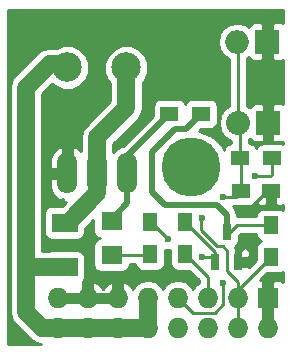
<source format=gtl>
G04 #@! TF.FileFunction,Copper,L1,Top,Signal*
%FSLAX46Y46*%
G04 Gerber Fmt 4.6, Leading zero omitted, Abs format (unit mm)*
G04 Created by KiCad (PCBNEW 4.0.1-stable) date 07.03.2016 23:07:36*
%MOMM*%
G01*
G04 APERTURE LIST*
%ADD10C,0.100000*%
%ADD11C,0.600000*%
%ADD12R,1.500000X1.250000*%
%ADD13R,1.800860X1.597660*%
%ADD14R,2.032000X2.032000*%
%ADD15O,2.032000X2.032000*%
%ADD16O,1.699260X3.500120*%
%ADD17R,1.500000X1.300000*%
%ADD18R,1.300000X1.500000*%
%ADD19O,1.998980X1.998980*%
%ADD20R,1.998980X1.998980*%
%ADD21R,2.199640X1.600200*%
%ADD22C,2.500000*%
%ADD23C,5.000000*%
%ADD24R,0.800100X1.400000*%
%ADD25R,1.727200X1.727200*%
%ADD26O,1.727200X1.727200*%
%ADD27C,0.250000*%
%ADD28C,0.500000*%
%ADD29C,1.500000*%
%ADD30C,0.254000*%
G04 APERTURE END LIST*
D10*
D11*
X156000000Y-112500000D03*
X156000000Y-111000000D03*
X154500000Y-111000000D03*
X139000000Y-115500000D03*
X137500000Y-115500000D03*
X140500000Y-114000000D03*
X139000000Y-114000000D03*
X137500000Y-114000000D03*
X150000000Y-107000000D03*
X148500000Y-107000000D03*
X147000000Y-107000000D03*
X145500000Y-107000000D03*
X144000000Y-107000000D03*
X142500000Y-107000000D03*
X141000000Y-107000000D03*
X139500000Y-107000000D03*
X138000000Y-107000000D03*
D12*
X153250000Y-121000000D03*
X155750000Y-121000000D03*
D13*
X142250000Y-126419860D03*
X142250000Y-123580140D03*
D14*
X155500000Y-115250000D03*
D15*
X152960000Y-115250000D03*
D16*
X141040000Y-119520000D03*
X143580000Y-119520000D03*
X138500000Y-119520000D03*
D17*
X153150000Y-118250000D03*
X155850000Y-118250000D03*
D18*
X148500000Y-123650000D03*
X148500000Y-126350000D03*
X155750000Y-123900000D03*
X155750000Y-126600000D03*
D17*
X149850000Y-114500000D03*
X147150000Y-114500000D03*
D18*
X145500000Y-126350000D03*
X145500000Y-123650000D03*
D19*
X152905000Y-108375000D03*
D20*
X155445000Y-108375000D03*
D21*
X138270000Y-127479920D03*
X138270000Y-123680080D03*
D22*
X138500000Y-110550000D03*
X143500000Y-110550000D03*
D23*
X149000000Y-119000000D03*
D24*
X151050000Y-127050000D03*
X152950000Y-127050000D03*
X152000000Y-124450000D03*
D11*
X136500000Y-107000000D03*
D25*
X155490000Y-130060000D03*
D26*
X155490000Y-132600000D03*
X152950000Y-130060000D03*
X152950000Y-132600000D03*
X150410000Y-130060000D03*
X150410000Y-132600000D03*
X147870000Y-130060000D03*
X147870000Y-132600000D03*
X145330000Y-130060000D03*
X145330000Y-132600000D03*
X142790000Y-130060000D03*
X142790000Y-132600000D03*
X140250000Y-130060000D03*
X140250000Y-132600000D03*
X137710000Y-130060000D03*
X137710000Y-132600000D03*
D11*
X151700000Y-121500000D03*
X151700000Y-128800000D03*
X153600000Y-122900000D03*
X153700000Y-125500000D03*
X149900000Y-126600000D03*
X154400000Y-119700000D03*
X149900000Y-123300000D03*
X147000000Y-125100000D03*
D27*
X147870000Y-130060000D02*
X149110000Y-131300000D01*
X151700000Y-121500000D02*
X152750000Y-121500000D01*
X151700000Y-130600000D02*
X151700000Y-128800000D01*
X151000000Y-131300000D02*
X151700000Y-130600000D01*
X149110000Y-131300000D02*
X151000000Y-131300000D01*
X152750000Y-121500000D02*
X153250000Y-121000000D01*
X152960000Y-115250000D02*
X152960000Y-108330000D01*
X152960000Y-108330000D02*
X152930000Y-108300000D01*
X152910000Y-108320000D02*
X152930000Y-108300000D01*
X153250000Y-121000000D02*
X153250000Y-118350000D01*
X153250000Y-118350000D02*
X153150000Y-118250000D01*
X153150000Y-118250000D02*
X153150000Y-115440000D01*
X153150000Y-115440000D02*
X152960000Y-115250000D01*
X155750000Y-121000000D02*
X155400000Y-121000000D01*
X155400000Y-121000000D02*
X153600000Y-122800000D01*
X153600000Y-122800000D02*
X153600000Y-122900000D01*
X152950000Y-126750760D02*
X152950000Y-126250000D01*
X152950000Y-126250000D02*
X153700000Y-125500000D01*
X142250000Y-126419860D02*
X145430140Y-126419860D01*
X145430140Y-126419860D02*
X145500000Y-126350000D01*
D28*
X143580000Y-119520000D02*
X143580000Y-118070000D01*
X143580000Y-118070000D02*
X147150000Y-114500000D01*
X143580000Y-119520000D02*
X143580000Y-118320000D01*
X142250000Y-123580140D02*
X142250000Y-123350000D01*
X142250000Y-123350000D02*
X143580000Y-122020000D01*
X143580000Y-122020000D02*
X143580000Y-119520000D01*
D29*
X138270000Y-127479920D02*
X135229920Y-127479920D01*
X135229920Y-127479920D02*
X135000000Y-127250000D01*
X138500000Y-110250000D02*
X137000000Y-110250000D01*
X137000000Y-110250000D02*
X135000000Y-112250000D01*
X135000000Y-112250000D02*
X135000000Y-127250000D01*
X135000000Y-127250000D02*
X135000000Y-131250000D01*
X135000000Y-131250000D02*
X136350000Y-132600000D01*
X136350000Y-132600000D02*
X137710000Y-132600000D01*
X137710000Y-132600000D02*
X140250000Y-132600000D01*
X145330000Y-132600000D02*
X145330000Y-130060000D01*
X142790000Y-132600000D02*
X145330000Y-132600000D01*
X140250000Y-132600000D02*
X142790000Y-132600000D01*
X137710000Y-132600000D02*
X140250000Y-132600000D01*
X138270000Y-123680080D02*
X138569920Y-123680080D01*
X138569920Y-123680080D02*
X141040000Y-121210000D01*
X141040000Y-121210000D02*
X141040000Y-119520000D01*
X141040000Y-119520000D02*
X141040000Y-116460000D01*
X141040000Y-116460000D02*
X143500000Y-114000000D01*
X143500000Y-114000000D02*
X143500000Y-110250000D01*
D27*
X149900000Y-126600000D02*
X150899240Y-126600000D01*
X150899240Y-126600000D02*
X151050000Y-126750760D01*
X151050000Y-126750760D02*
X151050000Y-126200000D01*
X151050000Y-126200000D02*
X148500000Y-123650000D01*
X147870000Y-132600000D02*
X147900000Y-132600000D01*
X155850000Y-119600000D02*
X155850000Y-118250000D01*
X154400000Y-119700000D02*
X155750000Y-119700000D01*
X155750000Y-119700000D02*
X155850000Y-119600000D01*
X150410000Y-130060000D02*
X150410000Y-128260000D01*
X150410000Y-128260000D02*
X148500000Y-126350000D01*
X152000000Y-126300000D02*
X152000000Y-126050000D01*
X152000000Y-127800000D02*
X152000000Y-126300000D01*
X152950000Y-128750000D02*
X152000000Y-127800000D01*
X152950000Y-130060000D02*
X152950000Y-128750000D01*
X149800000Y-123400000D02*
X149800000Y-124100000D01*
X149900000Y-123300000D02*
X149800000Y-123400000D01*
X147000000Y-125100000D02*
X145550000Y-123650000D01*
X149800000Y-124313602D02*
X149800000Y-124100000D01*
X151193199Y-125706801D02*
X149800000Y-124313602D01*
X151656801Y-125706801D02*
X151193199Y-125706801D01*
X152000000Y-126050000D02*
X151656801Y-125706801D01*
X145500000Y-123650000D02*
X145550000Y-123650000D01*
X152950000Y-130060000D02*
X152950000Y-129400000D01*
X152950000Y-129400000D02*
X155750000Y-126600000D01*
X152950000Y-132600000D02*
X152950000Y-130060000D01*
D28*
X145700000Y-117700000D02*
X147600000Y-115800000D01*
X152000000Y-123000000D02*
X151200000Y-122200000D01*
X151200000Y-122200000D02*
X146800000Y-122200000D01*
X146800000Y-122200000D02*
X145700000Y-121100000D01*
X145700000Y-121100000D02*
X145700000Y-117700000D01*
X152000000Y-124751780D02*
X152000000Y-123000000D01*
X148550000Y-115800000D02*
X149850000Y-114500000D01*
X147600000Y-115800000D02*
X148550000Y-115800000D01*
D27*
X155750000Y-123900000D02*
X152851780Y-123900000D01*
X152851780Y-123900000D02*
X152000000Y-124751780D01*
D30*
G36*
X156748000Y-106813909D02*
X156570799Y-106740510D01*
X155976750Y-106740510D01*
X155818000Y-106899260D01*
X155818000Y-108002000D01*
X155838000Y-108002000D01*
X155838000Y-108748000D01*
X155818000Y-108748000D01*
X155818000Y-109850740D01*
X155976750Y-110009490D01*
X156570799Y-110009490D01*
X156748000Y-109936091D01*
X156748000Y-113642778D01*
X156642310Y-113599000D01*
X156031750Y-113599000D01*
X155873000Y-113757750D01*
X155873000Y-114877000D01*
X155893000Y-114877000D01*
X155893000Y-115623000D01*
X155873000Y-115623000D01*
X155873000Y-116742250D01*
X156031750Y-116901000D01*
X156642310Y-116901000D01*
X156748000Y-116857222D01*
X156748000Y-116990687D01*
X156600000Y-116960717D01*
X155100000Y-116960717D01*
X154867648Y-117004437D01*
X154654247Y-117141757D01*
X154511083Y-117351283D01*
X154501442Y-117398892D01*
X154495563Y-117367648D01*
X154358243Y-117154247D01*
X154148717Y-117011083D01*
X153902000Y-116961122D01*
X153902000Y-116590814D01*
X153924889Y-116575520D01*
X153945673Y-116625698D01*
X154124301Y-116804327D01*
X154357690Y-116901000D01*
X154968250Y-116901000D01*
X155127000Y-116742250D01*
X155127000Y-115623000D01*
X155107000Y-115623000D01*
X155107000Y-114877000D01*
X155127000Y-114877000D01*
X155127000Y-113757750D01*
X154968250Y-113599000D01*
X154357690Y-113599000D01*
X154124301Y-113695673D01*
X153945673Y-113874302D01*
X153924889Y-113924480D01*
X153712000Y-113782232D01*
X153712000Y-109775647D01*
X153878323Y-109664514D01*
X153907183Y-109734189D01*
X154085812Y-109912817D01*
X154319201Y-110009490D01*
X154913250Y-110009490D01*
X155072000Y-109850740D01*
X155072000Y-108748000D01*
X155052000Y-108748000D01*
X155052000Y-108002000D01*
X155072000Y-108002000D01*
X155072000Y-106899260D01*
X154913250Y-106740510D01*
X154319201Y-106740510D01*
X154085812Y-106837183D01*
X153907183Y-107015811D01*
X153878323Y-107085486D01*
X153559296Y-106872319D01*
X152936865Y-106748510D01*
X152873135Y-106748510D01*
X152250704Y-106872319D01*
X151723033Y-107224898D01*
X151370454Y-107752569D01*
X151246645Y-108375000D01*
X151370454Y-108997431D01*
X151723033Y-109525102D01*
X152208000Y-109849147D01*
X152208000Y-113782232D01*
X151798224Y-114056036D01*
X151442066Y-114589063D01*
X151317000Y-115217812D01*
X151317000Y-115282188D01*
X151442066Y-115910937D01*
X151798224Y-116443964D01*
X152331251Y-116800122D01*
X152398000Y-116813399D01*
X152398000Y-116961093D01*
X152167648Y-117004437D01*
X151954247Y-117141757D01*
X151811083Y-117351283D01*
X151775266Y-117528156D01*
X151652488Y-117231011D01*
X150773616Y-116350604D01*
X149689730Y-115900535D01*
X149800983Y-115789283D01*
X150600000Y-115789283D01*
X150832352Y-115745563D01*
X151045753Y-115608243D01*
X151188917Y-115398717D01*
X151239283Y-115150000D01*
X151239283Y-113850000D01*
X151195563Y-113617648D01*
X151058243Y-113404247D01*
X150848717Y-113261083D01*
X150600000Y-113210717D01*
X149100000Y-113210717D01*
X148867648Y-113254437D01*
X148654247Y-113391757D01*
X148511083Y-113601283D01*
X148501442Y-113648892D01*
X148495563Y-113617648D01*
X148358243Y-113404247D01*
X148148717Y-113261083D01*
X147900000Y-113210717D01*
X146400000Y-113210717D01*
X146167648Y-113254437D01*
X145954247Y-113391757D01*
X145811083Y-113601283D01*
X145760717Y-113850000D01*
X145760717Y-114649018D01*
X143247156Y-117162578D01*
X143014918Y-117208773D01*
X142535865Y-117528866D01*
X142417000Y-117706760D01*
X142417000Y-117030372D01*
X144473686Y-114973686D01*
X144772182Y-114526955D01*
X144877000Y-114000000D01*
X144877000Y-111827567D01*
X145090316Y-111614624D01*
X145376674Y-110924996D01*
X145377325Y-110178280D01*
X145092171Y-109488154D01*
X144564624Y-108959684D01*
X143874996Y-108673326D01*
X143128280Y-108672675D01*
X142438154Y-108957829D01*
X141909684Y-109485376D01*
X141623326Y-110175004D01*
X141622675Y-110921720D01*
X141907829Y-111611846D01*
X142123000Y-111827393D01*
X142123000Y-113429628D01*
X140066314Y-115486314D01*
X139767818Y-115933045D01*
X139663000Y-116460000D01*
X139663000Y-117647197D01*
X139286041Y-117306028D01*
X139093206Y-117258602D01*
X138873000Y-117347238D01*
X138873000Y-119147000D01*
X138893000Y-119147000D01*
X138893000Y-119893000D01*
X138873000Y-119893000D01*
X138873000Y-119913000D01*
X138127000Y-119913000D01*
X138127000Y-119893000D01*
X137015370Y-119893000D01*
X137015370Y-120793430D01*
X137271122Y-121333180D01*
X137713959Y-121733972D01*
X137906794Y-121781398D01*
X138126998Y-121692763D01*
X138126998Y-121905060D01*
X138397568Y-121905060D01*
X138061931Y-122240697D01*
X137170180Y-122240697D01*
X136937828Y-122284417D01*
X136724427Y-122421737D01*
X136581263Y-122631263D01*
X136530897Y-122879980D01*
X136530897Y-124480180D01*
X136574617Y-124712532D01*
X136711937Y-124925933D01*
X136921463Y-125069097D01*
X137170180Y-125119463D01*
X139369820Y-125119463D01*
X139602172Y-125075743D01*
X139815573Y-124938423D01*
X139958737Y-124728897D01*
X140009103Y-124480180D01*
X140009103Y-124188269D01*
X140710287Y-123487085D01*
X140710287Y-124378970D01*
X140754007Y-124611322D01*
X140891327Y-124824723D01*
X141100853Y-124967887D01*
X141256124Y-124999330D01*
X141117218Y-125025467D01*
X140903817Y-125162787D01*
X140760653Y-125372313D01*
X140710287Y-125621030D01*
X140710287Y-127218690D01*
X140754007Y-127451042D01*
X140891327Y-127664443D01*
X141100853Y-127807607D01*
X141349570Y-127857973D01*
X143150430Y-127857973D01*
X143382782Y-127814253D01*
X143596183Y-127676933D01*
X143739347Y-127467407D01*
X143789713Y-127218690D01*
X143789713Y-127171860D01*
X144224238Y-127171860D01*
X144254437Y-127332352D01*
X144391757Y-127545753D01*
X144601283Y-127688917D01*
X144850000Y-127739283D01*
X146150000Y-127739283D01*
X146382352Y-127695563D01*
X146595753Y-127558243D01*
X146738917Y-127348717D01*
X146789283Y-127100000D01*
X146789283Y-126016244D01*
X146814799Y-126026839D01*
X147183583Y-126027161D01*
X147210717Y-126015949D01*
X147210717Y-127100000D01*
X147254437Y-127332352D01*
X147391757Y-127545753D01*
X147601283Y-127688917D01*
X147850000Y-127739283D01*
X148825795Y-127739283D01*
X149658000Y-128571488D01*
X149658000Y-128774985D01*
X149355987Y-128976784D01*
X149140000Y-129300031D01*
X148924013Y-128976784D01*
X148440428Y-128653662D01*
X147870000Y-128540197D01*
X147299572Y-128653662D01*
X146815987Y-128976784D01*
X146600000Y-129300031D01*
X146384013Y-128976784D01*
X145900428Y-128653662D01*
X145330000Y-128540197D01*
X144759572Y-128653662D01*
X144275987Y-128976784D01*
X144055823Y-129306281D01*
X143832687Y-128983576D01*
X143385463Y-128684782D01*
X143163000Y-128773117D01*
X143163000Y-129687000D01*
X143183000Y-129687000D01*
X143183000Y-130433000D01*
X143163000Y-130433000D01*
X143163000Y-130453000D01*
X142417000Y-130453000D01*
X142417000Y-130433000D01*
X140623000Y-130433000D01*
X140623000Y-130453000D01*
X139877000Y-130453000D01*
X139877000Y-130433000D01*
X138083000Y-130433000D01*
X138083000Y-130453000D01*
X137337000Y-130453000D01*
X137337000Y-130433000D01*
X137317000Y-130433000D01*
X137317000Y-129687000D01*
X137337000Y-129687000D01*
X137337000Y-129667000D01*
X138083000Y-129667000D01*
X138083000Y-129687000D01*
X139877000Y-129687000D01*
X139877000Y-128773117D01*
X140623000Y-128773117D01*
X140623000Y-129687000D01*
X142417000Y-129687000D01*
X142417000Y-128773117D01*
X142194537Y-128684782D01*
X141747313Y-128983576D01*
X141520000Y-129312322D01*
X141292687Y-128983576D01*
X140845463Y-128684782D01*
X140623000Y-128773117D01*
X139877000Y-128773117D01*
X139805518Y-128744733D01*
X139815573Y-128738263D01*
X139958737Y-128528737D01*
X140009103Y-128280020D01*
X140009103Y-126679820D01*
X139965383Y-126447468D01*
X139828063Y-126234067D01*
X139618537Y-126090903D01*
X139369820Y-126040537D01*
X137170180Y-126040537D01*
X136937828Y-126084257D01*
X136908825Y-126102920D01*
X136377000Y-126102920D01*
X136377000Y-118246570D01*
X137015370Y-118246570D01*
X137015370Y-119147000D01*
X138127000Y-119147000D01*
X138127000Y-117347238D01*
X137906794Y-117258602D01*
X137713959Y-117306028D01*
X137271122Y-117706820D01*
X137015370Y-118246570D01*
X136377000Y-118246570D01*
X136377000Y-112820372D01*
X137246381Y-111950991D01*
X137435376Y-112140316D01*
X138125004Y-112426674D01*
X138871720Y-112427325D01*
X139561846Y-112142171D01*
X140090316Y-111614624D01*
X140376674Y-110924996D01*
X140377325Y-110178280D01*
X140092171Y-109488154D01*
X139564624Y-108959684D01*
X138874996Y-108673326D01*
X138128280Y-108672675D01*
X137643456Y-108873000D01*
X137000000Y-108873000D01*
X136473045Y-108977818D01*
X136026314Y-109276314D01*
X134026314Y-111276314D01*
X133727818Y-111723045D01*
X133623000Y-112250000D01*
X133623000Y-131250000D01*
X133727818Y-131776955D01*
X134026314Y-132223686D01*
X135376314Y-133573686D01*
X135823045Y-133872182D01*
X136304754Y-133968000D01*
X133522000Y-133968000D01*
X133522000Y-105692000D01*
X156748000Y-105692000D01*
X156748000Y-106813909D01*
X156748000Y-106813909D01*
G37*
X156748000Y-106813909D02*
X156570799Y-106740510D01*
X155976750Y-106740510D01*
X155818000Y-106899260D01*
X155818000Y-108002000D01*
X155838000Y-108002000D01*
X155838000Y-108748000D01*
X155818000Y-108748000D01*
X155818000Y-109850740D01*
X155976750Y-110009490D01*
X156570799Y-110009490D01*
X156748000Y-109936091D01*
X156748000Y-113642778D01*
X156642310Y-113599000D01*
X156031750Y-113599000D01*
X155873000Y-113757750D01*
X155873000Y-114877000D01*
X155893000Y-114877000D01*
X155893000Y-115623000D01*
X155873000Y-115623000D01*
X155873000Y-116742250D01*
X156031750Y-116901000D01*
X156642310Y-116901000D01*
X156748000Y-116857222D01*
X156748000Y-116990687D01*
X156600000Y-116960717D01*
X155100000Y-116960717D01*
X154867648Y-117004437D01*
X154654247Y-117141757D01*
X154511083Y-117351283D01*
X154501442Y-117398892D01*
X154495563Y-117367648D01*
X154358243Y-117154247D01*
X154148717Y-117011083D01*
X153902000Y-116961122D01*
X153902000Y-116590814D01*
X153924889Y-116575520D01*
X153945673Y-116625698D01*
X154124301Y-116804327D01*
X154357690Y-116901000D01*
X154968250Y-116901000D01*
X155127000Y-116742250D01*
X155127000Y-115623000D01*
X155107000Y-115623000D01*
X155107000Y-114877000D01*
X155127000Y-114877000D01*
X155127000Y-113757750D01*
X154968250Y-113599000D01*
X154357690Y-113599000D01*
X154124301Y-113695673D01*
X153945673Y-113874302D01*
X153924889Y-113924480D01*
X153712000Y-113782232D01*
X153712000Y-109775647D01*
X153878323Y-109664514D01*
X153907183Y-109734189D01*
X154085812Y-109912817D01*
X154319201Y-110009490D01*
X154913250Y-110009490D01*
X155072000Y-109850740D01*
X155072000Y-108748000D01*
X155052000Y-108748000D01*
X155052000Y-108002000D01*
X155072000Y-108002000D01*
X155072000Y-106899260D01*
X154913250Y-106740510D01*
X154319201Y-106740510D01*
X154085812Y-106837183D01*
X153907183Y-107015811D01*
X153878323Y-107085486D01*
X153559296Y-106872319D01*
X152936865Y-106748510D01*
X152873135Y-106748510D01*
X152250704Y-106872319D01*
X151723033Y-107224898D01*
X151370454Y-107752569D01*
X151246645Y-108375000D01*
X151370454Y-108997431D01*
X151723033Y-109525102D01*
X152208000Y-109849147D01*
X152208000Y-113782232D01*
X151798224Y-114056036D01*
X151442066Y-114589063D01*
X151317000Y-115217812D01*
X151317000Y-115282188D01*
X151442066Y-115910937D01*
X151798224Y-116443964D01*
X152331251Y-116800122D01*
X152398000Y-116813399D01*
X152398000Y-116961093D01*
X152167648Y-117004437D01*
X151954247Y-117141757D01*
X151811083Y-117351283D01*
X151775266Y-117528156D01*
X151652488Y-117231011D01*
X150773616Y-116350604D01*
X149689730Y-115900535D01*
X149800983Y-115789283D01*
X150600000Y-115789283D01*
X150832352Y-115745563D01*
X151045753Y-115608243D01*
X151188917Y-115398717D01*
X151239283Y-115150000D01*
X151239283Y-113850000D01*
X151195563Y-113617648D01*
X151058243Y-113404247D01*
X150848717Y-113261083D01*
X150600000Y-113210717D01*
X149100000Y-113210717D01*
X148867648Y-113254437D01*
X148654247Y-113391757D01*
X148511083Y-113601283D01*
X148501442Y-113648892D01*
X148495563Y-113617648D01*
X148358243Y-113404247D01*
X148148717Y-113261083D01*
X147900000Y-113210717D01*
X146400000Y-113210717D01*
X146167648Y-113254437D01*
X145954247Y-113391757D01*
X145811083Y-113601283D01*
X145760717Y-113850000D01*
X145760717Y-114649018D01*
X143247156Y-117162578D01*
X143014918Y-117208773D01*
X142535865Y-117528866D01*
X142417000Y-117706760D01*
X142417000Y-117030372D01*
X144473686Y-114973686D01*
X144772182Y-114526955D01*
X144877000Y-114000000D01*
X144877000Y-111827567D01*
X145090316Y-111614624D01*
X145376674Y-110924996D01*
X145377325Y-110178280D01*
X145092171Y-109488154D01*
X144564624Y-108959684D01*
X143874996Y-108673326D01*
X143128280Y-108672675D01*
X142438154Y-108957829D01*
X141909684Y-109485376D01*
X141623326Y-110175004D01*
X141622675Y-110921720D01*
X141907829Y-111611846D01*
X142123000Y-111827393D01*
X142123000Y-113429628D01*
X140066314Y-115486314D01*
X139767818Y-115933045D01*
X139663000Y-116460000D01*
X139663000Y-117647197D01*
X139286041Y-117306028D01*
X139093206Y-117258602D01*
X138873000Y-117347238D01*
X138873000Y-119147000D01*
X138893000Y-119147000D01*
X138893000Y-119893000D01*
X138873000Y-119893000D01*
X138873000Y-119913000D01*
X138127000Y-119913000D01*
X138127000Y-119893000D01*
X137015370Y-119893000D01*
X137015370Y-120793430D01*
X137271122Y-121333180D01*
X137713959Y-121733972D01*
X137906794Y-121781398D01*
X138126998Y-121692763D01*
X138126998Y-121905060D01*
X138397568Y-121905060D01*
X138061931Y-122240697D01*
X137170180Y-122240697D01*
X136937828Y-122284417D01*
X136724427Y-122421737D01*
X136581263Y-122631263D01*
X136530897Y-122879980D01*
X136530897Y-124480180D01*
X136574617Y-124712532D01*
X136711937Y-124925933D01*
X136921463Y-125069097D01*
X137170180Y-125119463D01*
X139369820Y-125119463D01*
X139602172Y-125075743D01*
X139815573Y-124938423D01*
X139958737Y-124728897D01*
X140009103Y-124480180D01*
X140009103Y-124188269D01*
X140710287Y-123487085D01*
X140710287Y-124378970D01*
X140754007Y-124611322D01*
X140891327Y-124824723D01*
X141100853Y-124967887D01*
X141256124Y-124999330D01*
X141117218Y-125025467D01*
X140903817Y-125162787D01*
X140760653Y-125372313D01*
X140710287Y-125621030D01*
X140710287Y-127218690D01*
X140754007Y-127451042D01*
X140891327Y-127664443D01*
X141100853Y-127807607D01*
X141349570Y-127857973D01*
X143150430Y-127857973D01*
X143382782Y-127814253D01*
X143596183Y-127676933D01*
X143739347Y-127467407D01*
X143789713Y-127218690D01*
X143789713Y-127171860D01*
X144224238Y-127171860D01*
X144254437Y-127332352D01*
X144391757Y-127545753D01*
X144601283Y-127688917D01*
X144850000Y-127739283D01*
X146150000Y-127739283D01*
X146382352Y-127695563D01*
X146595753Y-127558243D01*
X146738917Y-127348717D01*
X146789283Y-127100000D01*
X146789283Y-126016244D01*
X146814799Y-126026839D01*
X147183583Y-126027161D01*
X147210717Y-126015949D01*
X147210717Y-127100000D01*
X147254437Y-127332352D01*
X147391757Y-127545753D01*
X147601283Y-127688917D01*
X147850000Y-127739283D01*
X148825795Y-127739283D01*
X149658000Y-128571488D01*
X149658000Y-128774985D01*
X149355987Y-128976784D01*
X149140000Y-129300031D01*
X148924013Y-128976784D01*
X148440428Y-128653662D01*
X147870000Y-128540197D01*
X147299572Y-128653662D01*
X146815987Y-128976784D01*
X146600000Y-129300031D01*
X146384013Y-128976784D01*
X145900428Y-128653662D01*
X145330000Y-128540197D01*
X144759572Y-128653662D01*
X144275987Y-128976784D01*
X144055823Y-129306281D01*
X143832687Y-128983576D01*
X143385463Y-128684782D01*
X143163000Y-128773117D01*
X143163000Y-129687000D01*
X143183000Y-129687000D01*
X143183000Y-130433000D01*
X143163000Y-130433000D01*
X143163000Y-130453000D01*
X142417000Y-130453000D01*
X142417000Y-130433000D01*
X140623000Y-130433000D01*
X140623000Y-130453000D01*
X139877000Y-130453000D01*
X139877000Y-130433000D01*
X138083000Y-130433000D01*
X138083000Y-130453000D01*
X137337000Y-130453000D01*
X137337000Y-130433000D01*
X137317000Y-130433000D01*
X137317000Y-129687000D01*
X137337000Y-129687000D01*
X137337000Y-129667000D01*
X138083000Y-129667000D01*
X138083000Y-129687000D01*
X139877000Y-129687000D01*
X139877000Y-128773117D01*
X140623000Y-128773117D01*
X140623000Y-129687000D01*
X142417000Y-129687000D01*
X142417000Y-128773117D01*
X142194537Y-128684782D01*
X141747313Y-128983576D01*
X141520000Y-129312322D01*
X141292687Y-128983576D01*
X140845463Y-128684782D01*
X140623000Y-128773117D01*
X139877000Y-128773117D01*
X139805518Y-128744733D01*
X139815573Y-128738263D01*
X139958737Y-128528737D01*
X140009103Y-128280020D01*
X140009103Y-126679820D01*
X139965383Y-126447468D01*
X139828063Y-126234067D01*
X139618537Y-126090903D01*
X139369820Y-126040537D01*
X137170180Y-126040537D01*
X136937828Y-126084257D01*
X136908825Y-126102920D01*
X136377000Y-126102920D01*
X136377000Y-118246570D01*
X137015370Y-118246570D01*
X137015370Y-119147000D01*
X138127000Y-119147000D01*
X138127000Y-117347238D01*
X137906794Y-117258602D01*
X137713959Y-117306028D01*
X137271122Y-117706820D01*
X137015370Y-118246570D01*
X136377000Y-118246570D01*
X136377000Y-112820372D01*
X137246381Y-111950991D01*
X137435376Y-112140316D01*
X138125004Y-112426674D01*
X138871720Y-112427325D01*
X139561846Y-112142171D01*
X140090316Y-111614624D01*
X140376674Y-110924996D01*
X140377325Y-110178280D01*
X140092171Y-109488154D01*
X139564624Y-108959684D01*
X138874996Y-108673326D01*
X138128280Y-108672675D01*
X137643456Y-108873000D01*
X137000000Y-108873000D01*
X136473045Y-108977818D01*
X136026314Y-109276314D01*
X134026314Y-111276314D01*
X133727818Y-111723045D01*
X133623000Y-112250000D01*
X133623000Y-131250000D01*
X133727818Y-131776955D01*
X134026314Y-132223686D01*
X135376314Y-133573686D01*
X135823045Y-133872182D01*
X136304754Y-133968000D01*
X133522000Y-133968000D01*
X133522000Y-105692000D01*
X156748000Y-105692000D01*
X156748000Y-106813909D01*
G36*
X156748000Y-128692774D02*
X156713299Y-128658073D01*
X156479910Y-128561400D01*
X156021750Y-128561400D01*
X155863000Y-128720150D01*
X155863000Y-129687000D01*
X155883000Y-129687000D01*
X155883000Y-130433000D01*
X155863000Y-130433000D01*
X155863000Y-132227000D01*
X155883000Y-132227000D01*
X155883000Y-132973000D01*
X155863000Y-132973000D01*
X155863000Y-132993000D01*
X155117000Y-132993000D01*
X155117000Y-132973000D01*
X155097000Y-132973000D01*
X155097000Y-132227000D01*
X155117000Y-132227000D01*
X155117000Y-130433000D01*
X155097000Y-130433000D01*
X155097000Y-129687000D01*
X155117000Y-129687000D01*
X155117000Y-128720150D01*
X154958250Y-128561400D01*
X154852088Y-128561400D01*
X155424205Y-127989283D01*
X156400000Y-127989283D01*
X156632352Y-127945563D01*
X156748000Y-127871145D01*
X156748000Y-128692774D01*
X156748000Y-128692774D01*
G37*
X156748000Y-128692774D02*
X156713299Y-128658073D01*
X156479910Y-128561400D01*
X156021750Y-128561400D01*
X155863000Y-128720150D01*
X155863000Y-129687000D01*
X155883000Y-129687000D01*
X155883000Y-130433000D01*
X155863000Y-130433000D01*
X155863000Y-132227000D01*
X155883000Y-132227000D01*
X155883000Y-132973000D01*
X155863000Y-132973000D01*
X155863000Y-132993000D01*
X155117000Y-132993000D01*
X155117000Y-132973000D01*
X155097000Y-132973000D01*
X155097000Y-132227000D01*
X155117000Y-132227000D01*
X155117000Y-130433000D01*
X155097000Y-130433000D01*
X155097000Y-129687000D01*
X155117000Y-129687000D01*
X155117000Y-128720150D01*
X154958250Y-128561400D01*
X154852088Y-128561400D01*
X155424205Y-127989283D01*
X156400000Y-127989283D01*
X156632352Y-127945563D01*
X156748000Y-127871145D01*
X156748000Y-128692774D01*
G36*
X154504437Y-124882352D02*
X154641757Y-125095753D01*
X154851283Y-125238917D01*
X154898892Y-125248558D01*
X154867648Y-125254437D01*
X154654247Y-125391757D01*
X154511083Y-125601283D01*
X154460717Y-125850000D01*
X154460717Y-126825795D01*
X153856406Y-127430106D01*
X153826300Y-127400000D01*
X153150025Y-127400000D01*
X153150025Y-127443000D01*
X152752000Y-127443000D01*
X152752000Y-126050000D01*
X152749975Y-126039820D01*
X152749975Y-125873750D01*
X153150025Y-125873750D01*
X153150025Y-126700000D01*
X153826300Y-126700000D01*
X153985050Y-126541250D01*
X153985050Y-126223690D01*
X153888377Y-125990301D01*
X153709748Y-125811673D01*
X153476359Y-125715000D01*
X153308775Y-125715000D01*
X153150025Y-125873750D01*
X152749975Y-125873750D01*
X152708739Y-125832514D01*
X152694757Y-125762222D01*
X152668224Y-125722512D01*
X152845803Y-125608243D01*
X152988967Y-125398717D01*
X153039333Y-125150000D01*
X153039333Y-124775935D01*
X153163268Y-124652000D01*
X154461093Y-124652000D01*
X154504437Y-124882352D01*
X154504437Y-124882352D01*
G37*
X154504437Y-124882352D02*
X154641757Y-125095753D01*
X154851283Y-125238917D01*
X154898892Y-125248558D01*
X154867648Y-125254437D01*
X154654247Y-125391757D01*
X154511083Y-125601283D01*
X154460717Y-125850000D01*
X154460717Y-126825795D01*
X153856406Y-127430106D01*
X153826300Y-127400000D01*
X153150025Y-127400000D01*
X153150025Y-127443000D01*
X152752000Y-127443000D01*
X152752000Y-126050000D01*
X152749975Y-126039820D01*
X152749975Y-125873750D01*
X153150025Y-125873750D01*
X153150025Y-126700000D01*
X153826300Y-126700000D01*
X153985050Y-126541250D01*
X153985050Y-126223690D01*
X153888377Y-125990301D01*
X153709748Y-125811673D01*
X153476359Y-125715000D01*
X153308775Y-125715000D01*
X153150025Y-125873750D01*
X152749975Y-125873750D01*
X152708739Y-125832514D01*
X152694757Y-125762222D01*
X152668224Y-125722512D01*
X152845803Y-125608243D01*
X152988967Y-125398717D01*
X153039333Y-125150000D01*
X153039333Y-124775935D01*
X153163268Y-124652000D01*
X154461093Y-124652000D01*
X154504437Y-124882352D01*
G36*
X156123000Y-120687500D02*
X156143000Y-120687500D01*
X156143000Y-121312500D01*
X156123000Y-121312500D01*
X156123000Y-122101250D01*
X156281750Y-122260000D01*
X156626309Y-122260000D01*
X156748000Y-122209594D01*
X156748000Y-122628921D01*
X156648717Y-122561083D01*
X156400000Y-122510717D01*
X155100000Y-122510717D01*
X154867648Y-122554437D01*
X154654247Y-122691757D01*
X154511083Y-122901283D01*
X154461122Y-123148000D01*
X152877000Y-123148000D01*
X152877000Y-123000005D01*
X152877001Y-123000000D01*
X152810242Y-122664387D01*
X152620133Y-122379867D01*
X152504549Y-122264283D01*
X154000000Y-122264283D01*
X154232352Y-122220563D01*
X154445753Y-122083243D01*
X154492216Y-122015242D01*
X154640302Y-122163327D01*
X154873691Y-122260000D01*
X155218250Y-122260000D01*
X155377000Y-122101250D01*
X155377000Y-121312500D01*
X155357000Y-121312500D01*
X155357000Y-120687500D01*
X155377000Y-120687500D01*
X155377000Y-120607000D01*
X156123000Y-120607000D01*
X156123000Y-120687500D01*
X156123000Y-120687500D01*
G37*
X156123000Y-120687500D02*
X156143000Y-120687500D01*
X156143000Y-121312500D01*
X156123000Y-121312500D01*
X156123000Y-122101250D01*
X156281750Y-122260000D01*
X156626309Y-122260000D01*
X156748000Y-122209594D01*
X156748000Y-122628921D01*
X156648717Y-122561083D01*
X156400000Y-122510717D01*
X155100000Y-122510717D01*
X154867648Y-122554437D01*
X154654247Y-122691757D01*
X154511083Y-122901283D01*
X154461122Y-123148000D01*
X152877000Y-123148000D01*
X152877000Y-123000005D01*
X152877001Y-123000000D01*
X152810242Y-122664387D01*
X152620133Y-122379867D01*
X152504549Y-122264283D01*
X154000000Y-122264283D01*
X154232352Y-122220563D01*
X154445753Y-122083243D01*
X154492216Y-122015242D01*
X154640302Y-122163327D01*
X154873691Y-122260000D01*
X155218250Y-122260000D01*
X155377000Y-122101250D01*
X155377000Y-121312500D01*
X155357000Y-121312500D01*
X155357000Y-120687500D01*
X155377000Y-120687500D01*
X155377000Y-120607000D01*
X156123000Y-120607000D01*
X156123000Y-120687500D01*
M02*

</source>
